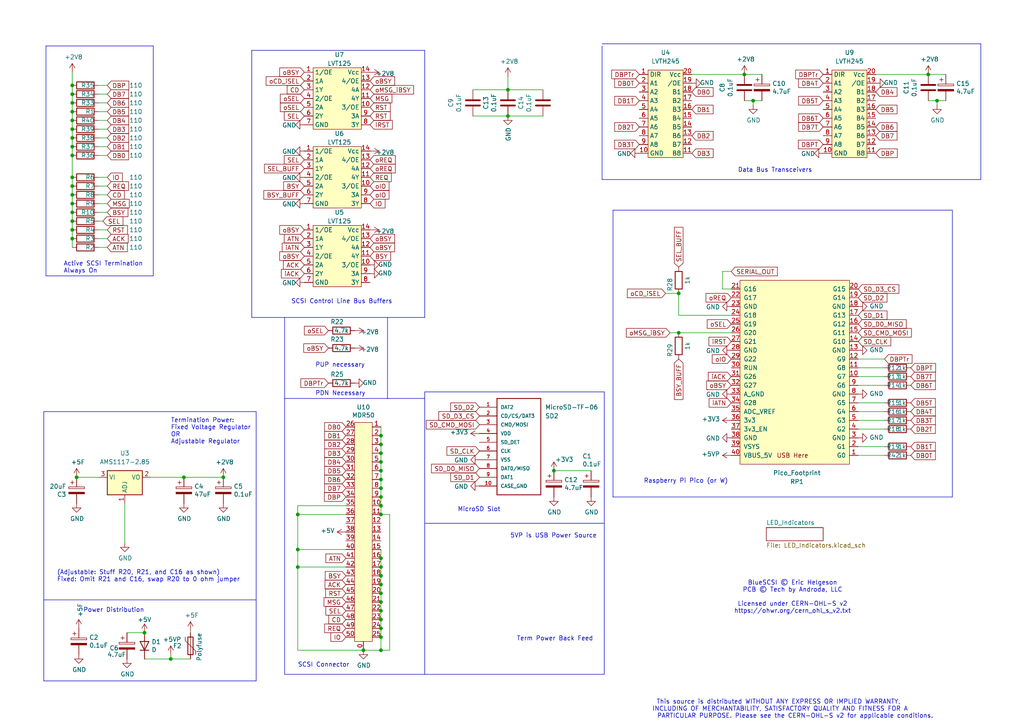
<source format=kicad_sch>
(kicad_sch (version 20250114) (generator "eeschema") (generator_version "9.0")
  (paper "A4")
  (title_block (title "BlueSCSI V2, Centronics 50 Pin, 2024.03a") (date "March 2024") (rev "1") (company "Tech by Androda, LLC"))
  (text "Data Bus Transceivers" (at 213.995 50.165 0) (effects (font (size 1.27 1.27)) (justify left bottom)))
  (text "Termination Power:\nFixed Voltage Regulator\nOR\nAdjustable Regulator" (at 49.53 128.905 0) (effects (font (size 1.27 1.27)) (justify left bottom)))
  (text "Active SCSI Termination\nAlways On" (at 18.415 79.375 0) (effects (font (size 1.27 1.27)) (justify left bottom)))
  (text "Raspberry Pi Pico (or W)" (at 186.69 140.335 0) (effects (font (size 1.27 1.27)) (justify left bottom)))
  (text "Power Distribution" (at 24.13 177.8 0) (effects (font (size 1.27 1.27)) (justify left bottom)))
  (text "MicroSD Slot" (at 132.715 148.59 0) (effects (font (size 1.27 1.27)) (justify left bottom)))
  (text "SCSI Control Line Bus Buffers" (at 84.455 88.265 0) (effects (font (size 1.27 1.27)) (justify left bottom)))
  (text "SCSI Connector" (at 86.36 193.675 0) (effects (font (size 1.27 1.27)) (justify left bottom)))
  (text "5VP is USB Power Source" (at 147.955 156.21 0) (effects (font (size 1.27 1.27)) (justify left bottom)))
  (text "PDN Necessary" (at 91.44 114.935 0) (effects (font (size 1.27 1.27)) (justify left bottom)))
  (text "BlueSCSI © Eric Helgeson\nPCB © Tech by Androda, LLC\n\nLicensed under CERN-OHL-S v2\nhttps://ohwr.org/cern_ohl_s_v2.txt" (at 229.87 173.228 0) (effects (font (size 1.27 1.27))))
  (text "This source is distributed WITHOUT ANY EXPRESS OR IMPLIED WARRANTY,          \nINCLUDING OF MERCHANTABILITY, SATISFACTORY QUALITY AND FITNESS FOR A         \nPARTICULAR PURPOSE. Please see the CERN-OHL-S v2 for applicable conditions.\n\nAs per CERN-OHL-S v2 section 4, should You produce hardware based on this    \nsource, You must where practicable maintain the Source Location visible      \non the external case of the Device or other products you make using this source.  \n" (at 230.632 209.804 0) (effects (font (size 1.27 1.27))))
  (text "Term Power Back Feed" (at 149.86 186.055 0) (effects (font (size 1.27 1.27)) (justify left bottom)))
  (text "(Adjustable: Stuff R20, R21, and C16 as shown)\nFixed: Omit R21 and C16, swap R20 to 0 ohm jumper" (at 16.51 168.91 0) (effects (font (size 1.27 1.27)) (justify left bottom)))
  (text "PUP necessary" (at 91.44 106.68 0) (effects (font (size 1.27 1.27)) (justify left bottom)))
  (junction (at 41.91 183.515))
  (junction (at 110.49 182.245))
  (junction (at 110.49 179.705))
  (junction (at 110.49 184.785))
  (junction (at 20.955 59.055))
  (junction (at 110.49 131.445))
  (junction (at 110.49 164.465))
  (junction (at 20.955 32.385))
  (junction (at 110.49 146.685))
  (junction (at 218.44 29.21))
  (junction (at 20.955 42.545))
  (junction (at 147.32 33.655))
  (junction (at 20.955 56.515))
  (junction (at 49.53 191.135))
  (junction (at 110.49 136.525))
  (junction (at 86.36 149.225))
  (junction (at 147.32 26.035))
  (junction (at 196.85 85.09))
  (junction (at 86.36 159.385))
  (junction (at 53.34 138.43))
  (junction (at 20.955 61.595))
  (junction (at 110.49 188.595))
  (junction (at 20.955 69.215))
  (junction (at 110.49 133.985))
  (junction (at 22.225 138.43))
  (junction (at 110.49 174.625))
  (junction (at 20.955 64.135))
  (junction (at 20.955 37.465))
  (junction (at 160.655 136.525))
  (junction (at 110.49 128.905))
  (junction (at 215.9 21.59))
  (junction (at 110.49 126.365))
  (junction (at 64.77 138.43))
  (junction (at 269.24 21.59))
  (junction (at 20.955 34.925))
  (junction (at 86.36 164.465))
  (junction (at 110.49 167.005))
  (junction (at 110.49 141.605))
  (junction (at 20.955 29.845))
  (junction (at 110.49 169.545))
  (junction (at 196.85 96.52))
  (junction (at 110.49 161.925))
  (junction (at 20.955 40.005))
  (junction (at 271.78 29.21))
  (junction (at 20.955 24.765))
  (junction (at 110.49 177.165))
  (junction (at 20.955 45.085))
  (junction (at 110.49 144.145))
  (junction (at 20.955 51.435))
  (junction (at 20.955 27.305))
  (junction (at 110.49 172.085))
  (junction (at 105.41 188.595))
  (junction (at 110.49 139.065))
  (junction (at 110.49 149.225))
  (junction (at 20.955 53.975))
  (junction (at 20.955 66.675))
  (wire (pts (xy 194.31 96.52) (xy 196.85 96.52)))
  (wire (pts (xy 215.9 21.59) (xy 200.66 21.59)))
  (wire (pts (xy 110.49 141.605) (xy 110.49 144.145)))
  (polyline (pts (xy 74.295 173.99) (xy 74.295 119.38)))
  (wire (pts (xy 110.49 161.925) (xy 110.49 164.465)))
  (wire (pts (xy 43.815 138.43) (xy 53.34 138.43)))
  (wire (pts (xy 100.33 159.385) (xy 86.36 159.385)))
  (polyline (pts (xy 175.26 151.765) (xy 175.26 113.665)))
  (wire (pts (xy 110.49 126.365) (xy 110.49 128.905)))
  (polyline (pts (xy 13.335 80.01) (xy 44.45 80.01)))
  (wire (pts (xy 271.78 29.21) (xy 271.78 30.48)))
  (wire (pts (xy 20.955 24.765) (xy 20.955 27.305)))
  (wire (pts (xy 20.955 42.545) (xy 20.955 45.085)))
  (wire (pts (xy 49.53 191.135) (xy 55.245 191.135)))
  (polyline (pts (xy 74.295 197.485) (xy 74.295 173.99)))
  (wire (pts (xy 28.575 64.135) (xy 29.845 64.135)))
  (wire (pts (xy 269.24 29.21) (xy 271.78 29.21)))
  (wire (pts (xy 20.955 34.925) (xy 20.955 37.465)))
  (wire (pts (xy 215.9 29.21) (xy 218.44 29.21)))
  (polyline (pts (xy 74.295 173.99) (xy 74.295 173.99)))
  (wire (pts (xy 110.49 131.445) (xy 110.49 133.985)))
  (polyline (pts (xy 12.7 197.485) (xy 74.295 197.485)))
  (wire (pts (xy 147.32 33.655) (xy 157.48 33.655)))
  (wire (pts (xy 137.16 26.035) (xy 147.32 26.035)))
  (wire (pts (xy 110.49 128.905) (xy 110.49 131.445)))
  (wire (pts (xy 100.33 164.465) (xy 86.36 164.465)))
  (wire (pts (xy 28.575 42.545) (xy 31.115 42.545)))
  (polyline (pts (xy 177.8 60.96) (xy 177.8 144.145)))
  (wire (pts (xy 160.655 136.525) (xy 171.45 136.525)))
  (wire (pts (xy 248.92 119.38) (xy 256.54 119.38)))
  (wire (pts (xy 248.92 129.54) (xy 256.54 129.54)))
  (wire (pts (xy 248.92 111.76) (xy 256.54 111.76)))
  (wire (pts (xy 113.03 149.225) (xy 113.03 188.595)))
  (wire (pts (xy 110.49 159.385) (xy 110.49 161.925)))
  (wire (pts (xy 86.36 159.385) (xy 86.36 164.465)))
  (wire (pts (xy 31.115 59.055) (xy 28.575 59.055)))
  (polyline (pts (xy 175.26 195.58) (xy 175.26 151.765)))
  (polyline (pts (xy 12.7 119.38) (xy 74.295 119.38)))
  (wire (pts (xy 248.92 121.92) (xy 256.54 121.92)))
  (wire (pts (xy 110.49 169.545) (xy 110.49 172.085)))
  (wire (pts (xy 28.575 40.005) (xy 31.115 40.005)))
  (polyline (pts (xy 12.7 173.99) (xy 74.295 173.99)))
  (polyline (pts (xy 276.225 144.145) (xy 177.8 144.145)))
  (wire (pts (xy 20.955 59.055) (xy 20.955 61.595)))
  (polyline (pts (xy 44.45 80.01) (xy 44.45 13.335)))
  (polyline (pts (xy 12.7 119.38) (xy 12.7 173.99)))
  (wire (pts (xy 212.09 91.44) (xy 196.85 91.44)))
  (polyline (pts (xy 73.025 14.605) (xy 123.19 14.605)))
  (polyline (pts (xy 73.025 92.075) (xy 123.19 92.075)))
  (wire (pts (xy 215.9 21.59) (xy 220.98 21.59)))
  (wire (pts (xy 193.04 85.09) (xy 196.85 85.09)))
  (wire (pts (xy 110.49 182.245) (xy 110.49 184.785)))
  (wire (pts (xy 28.575 53.975) (xy 31.115 53.975)))
  (wire (pts (xy 110.49 174.625) (xy 110.49 177.165)))
  (wire (pts (xy 36.195 146.05) (xy 36.195 157.48)))
  (wire (pts (xy 28.575 27.305) (xy 31.115 27.305)))
  (wire (pts (xy 86.36 146.685) (xy 86.36 149.225)))
  (wire (pts (xy 31.115 51.435) (xy 28.575 51.435)))
  (wire (pts (xy 20.955 27.305) (xy 20.955 29.845)))
  (wire (pts (xy 31.115 34.925) (xy 28.575 34.925)))
  (wire (pts (xy 20.955 32.385) (xy 20.955 34.925)))
  (wire (pts (xy 218.44 29.21) (xy 218.44 30.48)))
  (wire (pts (xy 31.115 37.465) (xy 28.575 37.465)))
  (wire (pts (xy 212.09 78.74) (xy 209.55 78.74)))
  (wire (pts (xy 20.955 66.675) (xy 20.955 69.215)))
  (wire (pts (xy 196.85 91.44) (xy 196.85 85.09)))
  (wire (pts (xy 110.49 133.985) (xy 110.49 136.525)))
  (polyline (pts (xy 174.625 13.335) (xy 174.625 52.07)))
  (wire (pts (xy 20.955 45.085) (xy 20.955 51.435)))
  (wire (pts (xy 28.575 66.675) (xy 31.115 66.675)))
  (wire (pts (xy 55.245 183.515) (xy 55.245 182.88)))
  (wire (pts (xy 196.85 96.52) (xy 212.09 96.52)))
  (wire (pts (xy 110.49 164.465) (xy 110.49 167.005)))
  (polyline (pts (xy 123.19 115.57) (xy 112.395 115.57)))
  (wire (pts (xy 110.49 177.165) (xy 110.49 179.705)))
  (polyline (pts (xy 13.335 13.335) (xy 44.45 13.335)))
  (wire (pts (xy 20.955 61.595) (xy 20.955 64.135)))
  (polyline (pts (xy 112.395 115.57) (xy 112.395 92.075)))
  (wire (pts (xy 209.55 78.74) (xy 209.55 83.82)))
  (wire (pts (xy 110.49 188.595) (xy 105.41 188.595)))
  (wire (pts (xy 53.34 138.43) (xy 64.77 138.43)))
  (polyline (pts (xy 13.335 13.335) (xy 13.335 80.01)))
  (wire (pts (xy 147.32 26.035) (xy 157.48 26.035)))
  (wire (pts (xy 49.53 189.865) (xy 49.53 191.135)))
  (polyline (pts (xy 123.19 92.075) (xy 123.19 14.605)))
  (wire (pts (xy 248.92 116.84) (xy 256.54 116.84)))
  (wire (pts (xy 110.49 123.825) (xy 110.49 126.365)))
  (wire (pts (xy 20.955 20.955) (xy 20.955 24.765)))
  (wire (pts (xy 41.91 191.135) (xy 49.53 191.135)))
  (polyline (pts (xy 177.8 60.96) (xy 276.225 60.96)))
  (wire (pts (xy 218.44 29.21) (xy 220.98 29.21)))
  (polyline (pts (xy 123.19 195.58) (xy 123.19 115.57)))
  (wire (pts (xy 31.115 45.085) (xy 28.575 45.085)))
  (wire (pts (xy 110.49 146.685) (xy 110.49 149.225)))
  (wire (pts (xy 110.49 172.085) (xy 110.49 174.625)))
  (wire (pts (xy 100.33 149.225) (xy 86.36 149.225)))
  (wire (pts (xy 147.32 22.225) (xy 147.32 26.035)))
  (wire (pts (xy 113.03 188.595) (xy 110.49 188.595)))
  (polyline (pts (xy 73.025 14.605) (xy 73.025 92.075)))
  (wire (pts (xy 28.575 138.43) (xy 22.225 138.43)))
  (wire (pts (xy 248.92 124.46) (xy 256.54 124.46)))
  (wire (pts (xy 110.49 144.145) (xy 110.49 146.685)))
  (polyline (pts (xy 12.7 173.99) (xy 12.7 197.485)))
  (wire (pts (xy 31.115 61.595) (xy 28.575 61.595)))
  (polyline (pts (xy 123.19 195.58) (xy 175.26 195.58)))
  (wire (pts (xy 110.49 149.225) (xy 113.03 149.225)))
  (wire (pts (xy 28.575 32.385) (xy 31.115 32.385)))
  (polyline (pts (xy 175.26 113.665) (xy 123.19 113.665)))
  (polyline (pts (xy 82.55 115.57) (xy 82.55 195.58)))
  (wire (pts (xy 248.92 104.14) (xy 256.54 104.14)))
  (wire (pts (xy 20.955 29.845) (xy 20.955 32.385)))
  (wire (pts (xy 248.92 109.22) (xy 256.54 109.22)))
  (wire (pts (xy 86.36 188.595) (xy 105.41 188.595)))
  (wire (pts (xy 110.49 139.065) (xy 110.49 141.605)))
  (polyline (pts (xy 82.55 195.58) (xy 123.19 195.58)))
  (wire (pts (xy 248.92 132.08) (xy 256.54 132.08)))
  (polyline (pts (xy 174.625 52.07) (xy 284.48 52.07)))
  (wire (pts (xy 28.575 24.765) (xy 31.115 24.765)))
  (wire (pts (xy 110.49 179.705) (xy 110.49 182.245)))
  (polyline (pts (xy 123.19 151.765) (xy 175.26 151.765)))
  (wire (pts (xy 20.955 53.975) (xy 20.955 56.515)))
  (wire (pts (xy 20.955 56.515) (xy 20.955 59.055)))
  (wire (pts (xy 110.49 167.005) (xy 110.49 169.545)))
  (wire (pts (xy 28.575 71.755) (xy 31.115 71.755)))
  (wire (pts (xy 31.115 69.215) (xy 28.575 69.215)))
  (wire (pts (xy 209.55 83.82) (xy 212.09 83.82)))
  (wire (pts (xy 248.92 106.68) (xy 256.54 106.68)))
  (wire (pts (xy 271.78 29.21) (xy 274.32 29.21)))
  (wire (pts (xy 110.49 184.785) (xy 110.49 188.595)))
  (polyline (pts (xy 284.48 52.07) (xy 284.48 12.7)))
  (polyline (pts (xy 174.625 12.7) (xy 284.48 12.7)))
  (wire (pts (xy 269.24 21.59) (xy 274.32 21.59)))
  (wire (pts (xy 110.49 136.525) (xy 110.49 139.065)))
  (wire (pts (xy 20.955 51.435) (xy 20.955 53.975)))
  (polyline (pts (xy 123.19 113.665) (xy 123.19 115.57)))
  (polyline (pts (xy 276.225 60.96) (xy 276.225 144.145)))
  (wire (pts (xy 86.36 149.225) (xy 86.36 159.385)))
  (wire (pts (xy 20.955 64.135) (xy 20.955 66.675)))
  (wire (pts (xy 100.33 146.685) (xy 86.36 146.685)))
  (wire (pts (xy 137.16 33.655) (xy 147.32 33.655)))
  (wire (pts (xy 20.955 69.215) (xy 20.955 71.755)))
  (wire (pts (xy 28.575 56.515) (xy 31.115 56.515)))
  (wire (pts (xy 20.955 37.465) (xy 20.955 40.005)))
  (polyline (pts (xy 82.55 115.57) (xy 112.395 115.57)))
  (wire (pts (xy 31.115 29.845) (xy 28.575 29.845)))
  (wire (pts (xy 36.83 183.515) (xy 41.91 183.515)))
  (polyline (pts (xy 82.55 92.075) (xy 82.55 115.57)))
  (wire (pts (xy 20.955 40.005) (xy 20.955 42.545)))
  (wire (pts (xy 269.24 21.59) (xy 254 21.59)))
  (wire (pts (xy 86.36 164.465) (xy 86.36 188.595)))
  (global_label "RST" (shape input) (at 31.115 66.675 0) (property "Intersheetrefs" "${INTERSHEET_REFS}" (effects (hide yes))))
  (global_label "oSEL" (shape input) (at 95.25 95.885 180) (property "Intersheetrefs" "${INTERSHEET_REFS}" (effects (hide yes))))
  (global_label "CD" (shape input) (at 100.33 179.705 180) (property "Intersheetrefs" "${INTERSHEET_REFS}" (effects (hide yes))))
  (global_label "MSG" (shape input) (at 107.315 28.575 0) (property "Intersheetrefs" "${INTERSHEET_REFS}" (effects (hide yes))))
  (global_label "SEL" (shape input) (at 29.845 64.135 0) (property "Intersheetrefs" "${INTERSHEET_REFS}" (effects (hide yes))))
  (global_label "DB7T" (shape input) (at 238.76 36.83 180) (property "Intersheetrefs" "${INTERSHEET_REFS}" (effects (hide yes))))
  (global_label "DB3" (shape input) (at 200.66 44.45 0) (property "Intersheetrefs" "${INTERSHEET_REFS}" (effects (hide yes))))
  (global_label "SD_D1" (shape input) (at 139.065 138.43 180) (property "Intersheetrefs" "${INTERSHEET_REFS}" (effects (hide yes))))
  (global_label "oBSY" (shape input) (at 107.315 23.495 0) (property "Intersheetrefs" "${INTERSHEET_REFS}" (effects (hide yes))))
  (global_label "DB6" (shape input) (at 254 36.83 0) (property "Intersheetrefs" "${INTERSHEET_REFS}" (effects (hide yes))))
  (global_label "SD_CLK" (shape input) (at 139.065 130.81 180) (property "Intersheetrefs" "${INTERSHEET_REFS}" (effects (hide yes))))
  (global_label "DB2T" (shape input) (at 185.42 36.83 180) (property "Intersheetrefs" "${INTERSHEET_REFS}" (effects (hide yes))))
  (global_label "DBP" (shape input) (at 100.33 144.145 180) (property "Intersheetrefs" "${INTERSHEET_REFS}" (effects (hide yes))))
  (global_label "IO" (shape input) (at 100.33 184.785 180) (property "Intersheetrefs" "${INTERSHEET_REFS}" (effects (hide yes))))
  (global_label "DB4" (shape input) (at 254 26.67 0) (property "Intersheetrefs" "${INTERSHEET_REFS}" (effects (hide yes))))
  (global_label "CD" (shape input) (at 88.265 26.035 180) (property "Intersheetrefs" "${INTERSHEET_REFS}" (effects (hide yes))))
  (global_label "DB1" (shape input) (at 31.115 42.545 0) (property "Intersheetrefs" "${INTERSHEET_REFS}" (effects (hide yes))))
  (global_label "DB1T" (shape input) (at 264.16 129.54 0) (property "Intersheetrefs" "${INTERSHEET_REFS}" (effects (hide yes))))
  (global_label "DB2" (shape input) (at 100.33 128.905 180) (property "Intersheetrefs" "${INTERSHEET_REFS}" (effects (hide yes))))
  (global_label "oIO" (shape input) (at 212.09 104.14 180) (property "Intersheetrefs" "${INTERSHEET_REFS}" (effects (hide yes))))
  (global_label "oBSY" (shape input) (at 107.315 71.755 0) (property "Intersheetrefs" "${INTERSHEET_REFS}" (effects (hide yes))))
  (global_label "DB3" (shape input) (at 31.115 37.465 0) (property "Intersheetrefs" "${INTERSHEET_REFS}" (effects (hide yes))))
  (global_label "DBPTr" (shape input) (at 95.25 111.125 180) (property "Intersheetrefs" "${INTERSHEET_REFS}" (effects (hide yes))))
  (global_label "DB5T" (shape input) (at 238.76 29.21 180) (property "Intersheetrefs" "${INTERSHEET_REFS}" (effects (hide yes))))
  (global_label "DB1T" (shape input) (at 185.42 29.21 180) (property "Intersheetrefs" "${INTERSHEET_REFS}" (effects (hide yes))))
  (global_label "SEL_BUFF" (shape input) (at 196.85 77.47 90) (property "Intersheetrefs" "${INTERSHEET_REFS}" (effects (hide yes))))
  (global_label "oMSG_iBSY" (shape input) (at 107.315 26.035 0) (property "Intersheetrefs" "${INTERSHEET_REFS}" (effects (hide yes))))
  (global_label "CD" (shape input) (at 31.115 56.515 0) (property "Intersheetrefs" "${INTERSHEET_REFS}" (effects (hide yes))))
  (global_label "DB6T" (shape input) (at 238.76 34.29 180) (property "Intersheetrefs" "${INTERSHEET_REFS}" (effects (hide yes))))
  (global_label "oREQ" (shape input) (at 107.315 46.355 0) (property "Intersheetrefs" "${INTERSHEET_REFS}" (effects (hide yes))))
  (global_label "BSY" (shape input) (at 107.315 74.295 0) (property "Intersheetrefs" "${INTERSHEET_REFS}" (effects (hide yes))))
  (global_label "REQ" (shape input) (at 31.115 53.975 0) (property "Intersheetrefs" "${INTERSHEET_REFS}" (effects (hide yes))))
  (global_label "ACK" (shape input) (at 88.265 76.835 180) (property "Intersheetrefs" "${INTERSHEET_REFS}" (effects (hide yes))))
  (global_label "iRST" (shape input) (at 107.315 36.195 0) (property "Intersheetrefs" "${INTERSHEET_REFS}" (effects (hide yes))))
  (global_label "DB1" (shape input) (at 100.33 126.365 180) (property "Intersheetrefs" "${INTERSHEET_REFS}" (effects (hide yes))))
  (global_label "iATN" (shape input) (at 88.265 71.755 180) (property "Intersheetrefs" "${INTERSHEET_REFS}" (effects (hide yes))))
  (global_label "oBSY" (shape input) (at 88.265 20.955 180) (property "Intersheetrefs" "${INTERSHEET_REFS}" (effects (hide yes))))
  (global_label "oBSY" (shape input) (at 88.265 66.675 180) (property "Intersheetrefs" "${INTERSHEET_REFS}" (effects (hide yes))))
  (global_label "DBP" (shape input) (at 31.115 24.765 0) (property "Intersheetrefs" "${INTERSHEET_REFS}" (effects (hide yes))))
  (global_label "RST" (shape input) (at 107.315 33.655 0) (property "Intersheetrefs" "${INTERSHEET_REFS}" (effects (hide yes))))
  (global_label "oBSY" (shape input) (at 88.265 74.295 180) (property "Intersheetrefs" "${INTERSHEET_REFS}" (effects (hide yes))))
  (global_label "DBPTr" (shape input) (at 185.42 21.59 180) (property "Intersheetrefs" "${INTERSHEET_REFS}" (effects (hide yes))))
  (global_label "oBSY" (shape input) (at 107.315 69.215 0) (property "Intersheetrefs" "${INTERSHEET_REFS}" (effects (hide yes))))
  (global_label "DB7T" (shape input) (at 264.16 109.22 0) (property "Intersheetrefs" "${INTERSHEET_REFS}" (effects (hide yes))))
  (global_label "SERIAL_OUT" (shape input) (at 212.09 78.74 0) (property "Intersheetrefs" "${INTERSHEET_REFS}" (effects (hide yes))))
  (global_label "BSY" (shape input) (at 100.33 167.005 180) (property "Intersheetrefs" "${INTERSHEET_REFS}" (effects (hide yes))))
  (global_label "RST" (shape input) (at 107.315 31.115 0) (property "Intersheetrefs" "${INTERSHEET_REFS}" (effects (hide yes))))
  (global_label "DB7" (shape input) (at 31.115 27.305 0) (property "Intersheetrefs" "${INTERSHEET_REFS}" (effects (hide yes))))
  (global_label "SD_D0_MISO" (shape input) (at 248.92 93.98 0) (property "Intersheetrefs" "${INTERSHEET_REFS}" (effects (hide yes))))
  (global_label "DB6" (shape input) (at 100.33 139.065 180) (property "Intersheetrefs" "${INTERSHEET_REFS}" (effects (hide yes))))
  (global_label "DB2" (shape input) (at 31.115 40.005 0) (property "Intersheetrefs" "${INTERSHEET_REFS}" (effects (hide yes))))
  (global_label "DB3T" (shape input) (at 185.42 41.91 180) (property "Intersheetrefs" "${INTERSHEET_REFS}" (effects (hide yes))))
  (global_label "DB4" (shape input) (at 31.115 34.925 0) (property "Intersheetrefs" "${INTERSHEET_REFS}" (effects (hide yes))))
  (global_label "DB0T" (shape input) (at 185.42 24.13 180) (property "Intersheetrefs" "${INTERSHEET_REFS}" (effects (hide yes))))
  (global_label "oSEL" (shape input) (at 88.265 31.115 180) (property "Intersheetrefs" "${INTERSHEET_REFS}" (effects (hide yes))))
  (global_label "oIO" (shape input) (at 107.315 56.515 0) (property "Intersheetrefs" "${INTERSHEET_REFS}" (effects (hide yes))))
  (global_label "DB5" (shape input) (at 31.115 32.385 0) (property "Intersheetrefs" "${INTERSHEET_REFS}" (effects (hide yes))))
  (global_label "SD_D3_CS" (shape input) (at 248.92 83.82 0) (property "Intersheetrefs" "${INTERSHEET_REFS}" (effects (hide yes))))
  (global_label "oMSG_iBSY" (shape input) (at 194.31 96.52 180) (property "Intersheetrefs" "${INTERSHEET_REFS}" (effects (hide yes))))
  (global_label "BSY" (shape input) (at 88.265 53.975 180) (property "Intersheetrefs" "${INTERSHEET_REFS}" (effects (hide yes))))
  (global_label "DBPT" (shape input) (at 238.76 41.91 180) (property "Intersheetrefs" "${INTERSHEET_REFS}" (effects (hide yes))))
  (global_label "SD_CMD_MOSI" (shape input) (at 139.065 123.19 180) (property "Intersheetrefs" "${INTERSHEET_REFS}" (effects (hide yes))))
  (global_label "SEL" (shape input) (at 88.265 33.655 180) (property "Intersheetrefs" "${INTERSHEET_REFS}" (effects (hide yes))))
  (global_label "BSY" (shape input) (at 31.115 61.595 0) (property "Intersheetrefs" "${INTERSHEET_REFS}" (effects (hide yes))))
  (global_label "DBPTr" (shape input) (at 256.54 104.14 0) (property "Intersheetrefs" "${INTERSHEET_REFS}" (effects (hide yes))))
  (global_label "oIO" (shape input) (at 107.315 53.975 0) (property "Intersheetrefs" "${INTERSHEET_REFS}" (effects (hide yes))))
  (global_label "DB7" (shape input) (at 100.33 141.605 180) (property "Intersheetrefs" "${INTERSHEET_REFS}" (effects (hide yes))))
  (global_label "oCD_iSEL" (shape input) (at 88.265 23.495 180) (property "Intersheetrefs" "${INTERSHEET_REFS}" (effects (hide yes))))
  (global_label "SD_CMD_MOSI" (shape input) (at 248.92 96.52 0) (property "Intersheetrefs" "${INTERSHEET_REFS}" (effects (hide yes))))
  (global_label "iRST" (shape input) (at 212.09 99.06 180) (property "Intersheetrefs" "${INTERSHEET_REFS}" (effects (hide yes))))
  (global_label "SEL_BUFF" (shape input) (at 88.265 48.895 180) (property "Intersheetrefs" "${INTERSHEET_REFS}" (effects (hide yes))))
  (global_label "DB0" (shape input) (at 100.33 123.825 180) (property "Intersheetrefs" "${INTERSHEET_REFS}" (effects (hide yes))))
  (global_label "DB7" (shape input) (at 254 39.37 0) (property "Intersheetrefs" "${INTERSHEET_REFS}" (effects (hide yes))))
  (global_label "DB6T" (shape input) (at 264.16 111.76 0) (property "Intersheetrefs" "${INTERSHEET_REFS}" (effects (hide yes))))
  (global_label "iACK" (shape input) (at 88.265 79.375 180) (property "Intersheetrefs" "${INTERSHEET_REFS}" (effects (hide yes))))
  (global_label "iATN" (shape input) (at 212.09 116.84 180) (property "Intersheetrefs" "${INTERSHEET_REFS}" (effects (hide yes))))
  (global_label "MSG" (shape input) (at 31.115 59.055 0) (property "Intersheetrefs" "${INTERSHEET_REFS}" (effects (hide yes))))
  (global_label "SD_D1" (shape input) (at 248.92 91.44 0) (property "Intersheetrefs" "${INTERSHEET_REFS}" (effects (hide yes))))
  (global_label "oSEL" (shape input) (at 212.09 93.98 180) (property "Intersheetrefs" "${INTERSHEET_REFS}" (effects (hide yes))))
  (global_label "ACK" (shape input) (at 31.115 69.215 0) (property "Intersheetrefs" "${INTERSHEET_REFS}" (effects (hide yes))))
  (global_label "DB5T" (shape input) (at 264.16 116.84 0) (property "Intersheetrefs" "${INTERSHEET_REFS}" (effects (hide yes))))
  (global_label "DB5" (shape input) (at 254 31.75 0) (property "Intersheetrefs" "${INTERSHEET_REFS}" (effects (hide yes))))
  (global_label "oSEL" (shape input) (at 88.265 28.575 180) (property "Intersheetrefs" "${INTERSHEET_REFS}" (effects (hide yes))))
  (global_label "DB5" (shape input) (at 100.33 136.525 180) (property "Intersheetrefs" "${INTERSHEET_REFS}" (effects (hide yes))))
  (global_label "DB2" (shape input) (at 200.66 39.37 0) (property "Intersheetrefs" "${INTERSHEET_REFS}" (effects (hide yes))))
  (global_label "SD_D0_MISO" (shape input) (at 139.065 135.89 180) (property "Intersheetrefs" "${INTERSHEET_REFS}" (effects (hide yes))))
  (global_label "SD_D2" (shape input) (at 248.92 86.36 0) (property "Intersheetrefs" "${INTERSHEET_REFS}" (effects (hide yes))))
  (global_label "SD_CLK" (shape input) (at 248.92 99.06 0) (property "Intersheetrefs" "${INTERSHEET_REFS}" (effects (hide yes))))
  (global_label "DB2T" (shape input) (at 264.16 124.46 0) (property "Intersheetrefs" "${INTERSHEET_REFS}" (effects (hide yes))))
  (global_label "oCD_iSEL" (shape input) (at 193.04 85.09 180) (property "Intersheetrefs" "${INTERSHEET_REFS}" (effects (hide yes))))
  (global_label "SD_D3_CS" (shape input) (at 139.065 120.65 180) (property "Intersheetrefs" "${INTERSHEET_REFS}" (effects (hide yes))))
  (global_label "REQ" (shape input) (at 107.315 51.435 0) (property "Intersheetrefs" "${INTERSHEET_REFS}" (effects (hide yes))))
  (global_label "oBSY" (shape input) (at 212.09 111.76 180) (property "Intersheetrefs" "${INTERSHEET_REFS}" (effects (hide yes))))
  (global_label "REQ" (shape input) (at 100.33 182.245 180) (property "Intersheetrefs" "${INTERSHEET_REFS}" (effects (hide yes))))
  (global_label "ATN" (shape input) (at 100.33 161.925 180) (property "Intersheetrefs" "${INTERSHEET_REFS}" (effects (hide yes))))
  (global_label "oREQ" (shape input) (at 107.315 48.895 0) (property "Intersheetrefs" "${INTERSHEET_REFS}" (effects (hide yes))))
  (global_label "BSY_BUFF" (shape input) (at 88.265 56.515 180) (property "Intersheetrefs" "${INTERSHEET_REFS}" (effects (hide yes))))
  (global_label "MSG" (shape input) (at 100.33 174.625 180) (property "Intersheetrefs" "${INTERSHEET_REFS}" (effects (hide yes))))
  (global_label "DB0" (shape input) (at 31.115 45.085 0) (property "Intersheetrefs" "${INTERSHEET_REFS}" (effects (hide yes))))
  (global_label "DB3T" (shape input) (at 264.16 121.92 0) (property "Intersheetrefs" "${INTERSHEET_REFS}" (effects (hide yes))))
  (global_label "oBSY" (shape input) (at 95.25 100.965 180) (property "Intersheetrefs" "${INTERSHEET_REFS}" (effects (hide yes))))
  (global_label "IO" (shape input) (at 31.115 51.435 0) (property "Intersheetrefs" "${INTERSHEET_REFS}" (effects (hide yes))))
  (global_label "RST" (shape input) (at 100.33 172.085 180) (property "Intersheetrefs" "${INTERSHEET_REFS}" (effects (hide yes))))
  (global_label "SEL" (shape input) (at 88.265 46.355 180) (property "Intersheetrefs" "${INTERSHEET_REFS}" (effects (hide yes))))
  (global_label "DBPT" (shape input) (at 264.16 106.68 0) (property "Intersheetrefs" "${INTERSHEET_REFS}" (effects (hide yes))))
  (global_label "ACK" (shape input) (at 100.33 169.545 180) (property "Intersheetrefs" "${INTERSHEET_REFS}" (effects (hide yes))))
  (global_label "oREQ" (shape input) (at 212.09 86.36 180) (property "Intersheetrefs" "${INTERSHEET_REFS}" (effects (hide yes))))
  (global_label "DB6" (shape input) (at 31.115 29.845 0) (property "Intersheetrefs" "${INTERSHEET_REFS}" (effects (hide yes))))
  (global_label "ATN" (shape input) (at 88.265 69.215 180) (property "Intersheetrefs" "${INTERSHEET_REFS}" (effects (hide yes))))
  (global_label "DB4T" (shape input) (at 264.16 119.38 0) (property "Intersheetrefs" "${INTERSHEET_REFS}" (effects (hide yes))))
  (global_label "BSY_BUFF" (shape input) (at 196.85 104.14 270) (property "Intersheetrefs" "${INTERSHEET_REFS}" (effects (hide yes))))
  (global_label "DB0" (shape input) (at 200.66 26.67 0) (property "Intersheetrefs" "${INTERSHEET_REFS}" (effects (hide yes))))
  (global_label "DB1" (shape input) (at 200.66 31.75 0) (property "Intersheetrefs" "${INTERSHEET_REFS}" (effects (hide yes))))
  (global_label "IO" (shape input) (at 107.315 59.055 0) (property "Intersheetrefs" "${INTERSHEET_REFS}" (effects (hide yes))))
  (global_label "SD_D2" (shape input) (at 139.065 118.11 180) (property "Intersheetrefs" "${INTERSHEET_REFS}" (effects (hide yes))))
  (global_label "DBPTr" (shape input) (at 238.76 21.59 180) (property "Intersheetrefs" "${INTERSHEET_REFS}" (effects (hide yes))))
  (global_label "SEL" (shape input) (at 100.33 177.165 180) (property "Intersheetrefs" "${INTERSHEET_REFS}" (effects (hide yes))))
  (global_label "iACK" (shape input) (at 212.09 109.22 180) (property "Intersheetrefs" "${INTERSHEET_REFS}" (effects (hide yes))))
  (global_label "DBP" (shape input) (at 254 44.45 0) (property "Intersheetrefs" "${INTERSHEET_REFS}" (effects (hide yes))))
  (global_label "DB0T" (shape input) (at 264.16 132.08 0) (property "Intersheetrefs" "${INTERSHEET_REFS}" (effects (hide yes))))
  (global_label "ATN" (shape input) (at 31.115 71.755 0) (property "Intersheetrefs" "${INTERSHEET_REFS}" (effects (hide yes))))
  (global_label "DB4" (shape input) (at 100.33 133.985 180) (property "Intersheetrefs" "${INTERSHEET_REFS}" (effects (hide yes))))
  (global_label "DB3" (shape input) (at 100.33 131.445 180) (property "Intersheetrefs" "${INTERSHEET_REFS}" (effects (hide yes))))
  (global_label "DB4T" (shape input) (at 238.76 24.13 180) (property "Intersheetrefs" "${INTERSHEET_REFS}" (effects (hide yes))))
  (symbol (lib_id "power:GND") (at 36.195 157.48 0) (unit 1)
    (property "Reference" "#PWR012" (effects (hide yes)))
    (property "Value" "GND" (at 36.322 161.8742 0))
  )
  (symbol (lib_id "power:+2V8") (at 64.77 138.43 0) (unit 1)
    (property "Reference" "#PWR015" (effects (hide yes)))
    (property "Value" "+2V8" (at 65.151 134.0358 0))
  )
  (symbol (lib_id "Device:CP") (at 53.34 142.24 0) (unit 1)
    (property "Reference" "C4" (at 56.3372 141.0716 0) (effects (justify left)))
    (property "Value" "47uF" (at 56.3372 143.383 0) (effects (justify left)))
    (property "Footprint" "Capacitor_SMD:C_1206_3216Metric" (effects (hide yes)))
    (property "LCSC Part #" "C96123" (effects (hide yes)))
  )
  (symbol (lib_id "Device:CP") (at 22.225 142.24 0) (unit 1)
    (property "Reference" "C3" (at 19.2278 143.4084 0) (effects (justify right)))
    (property "Value" "20uF" (at 19.2278 141.097 0) (effects (justify right)))
    (property "Footprint" "Capacitor_SMD:C_1206_3216Metric" (effects (hide yes)))
    (property "LCSC Part #" "C5672" (effects (hide yes)))
  )
  (symbol (lib_id "power:GND") (at 22.225 146.05 0) (unit 1)
    (property "Reference" "#PWR07" (effects (hide yes)))
    (property "Value" "GND" (at 22.352 150.4442 0))
  )
  (symbol (lib_id "power:GND") (at 53.34 146.05 0) (unit 1)
    (property "Reference" "#PWR013" (effects (hide yes)))
    (property "Value" "GND" (at 53.467 150.4442 0))
  )
  (symbol (lib_id "custom_symbols:+5V_TPWR") (at 41.91 183.515 0) (unit 1)
    (property "Reference" "#PWR019" (effects (hide yes)))
    (property "Value" "+5V" (at 41.91 179.705 0))
  )
  (symbol (lib_id "power:+3V3") (at 212.09 121.92 90) (unit 1)
    (property "Reference" "#PWR047" (effects (hide yes)))
    (property "Value" "+3V3" (at 208.8388 121.539 90) (effects (justify left)))
  )
  (symbol (lib_id "power:+5VP") (at 212.09 132.08 90) (unit 1)
    (property "Reference" "#PWR036" (effects (hide yes)))
    (property "Value" "+5VP" (at 208.8388 131.699 90) (effects (justify left)))
  )
  (symbol (lib_id "power:+5F") (at 22.225 138.43 0) (unit 1)
    (property "Reference" "#PWR06" (effects (hide yes)))
    (property "Value" "+5F" (at 22.606 134.0358 0))
  )
  (symbol (lib_id "power:+5F") (at 55.245 182.88 0) (unit 1)
    (property "Reference" "#PWR027" (effects (hide yes)))
    (property "Value" "+5F" (at 55.626 178.4858 0))
  )
  (symbol (lib_id "power:+5VP") (at 49.53 189.865 0) (unit 1)
    (property "Reference" "#PWR025" (effects (hide yes)))
    (property "Value" "+5VP" (at 49.911 185.4708 0))
  )
  (symbol (lib_id "custom_symbols:BlackSCSI") (at 231.14 135.89 180) (unit 1) (in_bom no)
    (property "Reference" "RP1" (at 231.14 139.7 0))
    (property "Value" "Pico_Footprint" (at 231.14 137.16 0))
    (property "Footprint" "Library:RPi_Pico_SMD" (effects (hide yes)))
  )
  (symbol (lib_id "power:GND") (at 212.09 114.3 270) (unit 1)
    (property "Reference" "#PWR037" (effects (hide yes)))
    (property "Value" "GND" (at 208.8388 114.427 90) (effects (justify right)))
  )
  (symbol (lib_id "power:GND") (at 64.77 146.05 0) (unit 1)
    (property "Reference" "#PWR016" (effects (hide yes)))
    (property "Value" "GND" (at 64.897 150.4442 0))
  )
  (symbol (lib_id "Device:CP") (at 64.77 142.24 0) (unit 1)
    (property "Reference" "C5" (at 67.7672 141.0716 0) (effects (justify left)))
    (property "Value" "0.1uF" (at 67.7672 143.383 0) (effects (justify left)))
    (property "Footprint" "Capacitor_SMD:C_0603_1608Metric" (effects (hide yes)))
    (property "LCSC Part #" "C14663" (effects (hide yes)))
  )
  (symbol (lib_id "power:GND") (at 22.86 189.865 0) (unit 1)
    (property "Reference" "#PWR05" (effects (hide yes)))
    (property "Value" "GND" (at 22.987 194.2592 0))
  )
  (symbol (lib_id "Device:CP") (at 22.86 186.055 0) (unit 1)
    (property "Reference" "C2" (at 25.8572 184.8866 0) (effects (justify left)))
    (property "Value" "0.1uF" (at 25.8572 187.198 0) (effects (justify left)))
    (property "Footprint" "Capacitor_SMD:C_0603_1608Metric" (effects (hide yes)))
    (property "LCSC Part #" "C14663" (effects (hide yes)))
  )
  (symbol (lib_id "Device:D") (at 41.91 187.325 90) (unit 1)
    (property "Reference" "D1" (at 43.942 186.1566 90) (effects (justify right)))
    (property "Value" "D" (at 43.942 188.468 90) (effects (justify right)))
    (property "Footprint" "Diode_SMD:D_SMA" (effects (hide yes)))
    (property "LCSC Part #" "C2480" (effects (hide yes)))
  )
  (symbol (lib_id "power:GND") (at 36.83 191.135 0) (unit 1)
    (property "Reference" "#PWR018" (effects (hide yes)))
    (property "Value" "GND" (at 36.957 195.5292 0))
  )
  (symbol (lib_id "Device:CP") (at 36.83 187.325 0) (unit 1)
    (property "Reference" "C6" (at 31.75 187.96 0) (effects (justify left)))
    (property "Value" "4.7uF" (at 31.115 189.865 0) (effects (justify left)))
    (property "Footprint" "Capacitor_SMD:C_0603_1608Metric" (effects (hide yes)))
    (property "LCSC Part #" "C19666" (effects (hide yes)))
  )
  (symbol (lib_id "power:+3V3") (at 160.655 136.525 0) (unit 1)
    (property "Reference" "#PWR048" (effects (hide yes)))
    (property "Value" "+3V3" (at 161.036 133.2738 0) (effects (justify left)))
  )
  (symbol (lib_id "power:GND") (at 160.655 144.145 0) (unit 1)
    (property "Reference" "#PWR050" (effects (hide yes)))
    (property "Value" "GND" (at 160.782 148.5392 0))
  )
  (symbol (lib_id "Device:CP") (at 160.655 140.335 0) (unit 1)
    (property "Reference" "C12" (at 163.6522 139.1666 0) (effects (justify left)))
    (property "Value" "4.7uF" (at 163.6522 141.478 0) (effects (justify left)))
    (property "Footprint" "Capacitor_SMD:C_0603_1608Metric" (effects (hide yes)))
    (property "LCSC Part #" "C19666" (effects (hide yes)))
  )
  (symbol (lib_id "New_Library:LVT245") (at 246.38 17.78 0) (unit 1)
    (property "Reference" "U9" (at 246.38 15.24 0))
    (property "Value" "LVTH245" (at 246.38 17.78 0))
    (property "Footprint" "Package_SO:TSSOP-20_4.4x6.5mm_P0.65mm" (effects (hide yes)))
    (property "LCSC Part #" "C2652121" (effects (hide yes)))
  )
  (symbol (lib_id "power:+2V8") (at 102.87 100.965 270) (unit 1)
    (property "Reference" "#PWR030" (effects (hide yes)))
    (property "Value" "+2V8" (at 107.2642 101.346 90))
  )
  (symbol (lib_id "power:GND") (at 271.78 30.48 0) (unit 1)
    (property "Reference" "#PWR022" (effects (hide yes)))
    (property "Value" "GND" (at 271.907 34.8742 0))
  )
  (symbol (lib_id "power:+3V3") (at 139.065 125.73 90) (unit 1)
    (property "Reference" "#PWR0101" (effects (hide yes)))
    (property "Value" "+3V3" (at 135.8138 125.349 90) (effects (justify left)))
  )
  (symbol (lib_id "power:GND") (at 107.315 76.835 90) (unit 1)
    (property "Reference" "#PWR03" (effects (hide yes)))
    (property "Value" "GND" (at 111.7092 76.708 90))
  )
  (symbol (lib_id "power:GND") (at 212.09 88.9 270) (unit 1)
    (property "Reference" "#PWR061" (effects (hide yes)))
    (property "Value" "GND" (at 208.8388 89.027 90) (effects (justify right)))
  )
  (symbol (lib_id "power:GND") (at 139.065 133.35 270) (unit 1)
    (property "Reference" "#PWR0103" (effects (hide yes)))
    (property "Value" "GND" (at 135.8138 133.477 90) (effects (justify right)))
  )
  (symbol (lib_id "power:GND") (at 88.265 59.055 270) (unit 1)
    (property "Reference" "#PWR033" (effects (hide yes)))
    (property "Value" "GND" (at 83.8708 59.182 90))
  )
  (symbol (lib_id "Device:R") (at 24.765 37.465 270) (unit 1)
    (property "Reference" "R39" (at 23.495 37.465 90) (effects (justify left)))
    (property "Value" "110" (at 37.465 37.465 90) (effects (justify left)))
    (property "Footprint" "Resistor_SMD:R_0402_1005Metric" (effects (hide yes)))
    (property "LCSC Part #" "C25078" (effects (hide yes)))
  )
  (symbol (lib_id "power:GND") (at 248.92 88.9 90) (unit 1)
    (property "Reference" "#PWR064" (effects (hide yes)))
    (property "Value" "GND" (at 252.1712 88.773 90) (effects (justify right)))
  )
  (symbol (lib_id "Device:R") (at 24.765 27.305 270) (unit 1)
    (property "Reference" "R34" (at 23.495 27.305 90) (effects (justify left)))
    (property "Value" "110" (at 37.465 27.305 90) (effects (justify left)))
    (property "Footprint" "Resistor_SMD:R_0402_1005Metric" (effects (hide yes)))
    (property "LCSC Part #" "C25078" (effects (hide yes)))
  )
  (symbol (lib_id "Device:R") (at 260.35 111.76 90) (unit 1)
    (property "Reference" "R14" (at 259.08 111.76 90))
    (property "Value" "1k" (at 261.62 111.76 90))
    (property "Footprint" "Resistor_SMD:R_0402_1005Metric" (effects (hide yes)))
    (property "LCSC Part #" "C11702" (effects (hide yes)))
  )
  (symbol (lib_id "Device:CP") (at 274.32 25.4 0) (unit 1)
    (property "Reference" "C15" (at 277.3172 24.2316 0) (effects (justify left)))
    (property "Value" "4.7uF" (at 277.3172 26.543 0) (effects (justify left)))
    (property "Footprint" "Capacitor_SMD:C_0603_1608Metric" (effects (hide yes)))
    (property "LCSC Part #" "C19666" (effects (hide yes)))
  )
  (symbol (lib_id "power:GND") (at 254 24.13 90) (unit 1)
    (property "Reference" "#PWR020" (effects (hide yes)))
    (property "Value" "GND" (at 258.3942 24.003 90))
  )
  (symbol (lib_id "Device:R") (at 196.85 100.33 180) (unit 1)
    (property "Reference" "R29" (at 194.31 101.6 90))
    (property "Value" "1k" (at 199.39 100.33 90))
    (property "Footprint" "Resistor_SMD:R_0402_1005Metric" (effects (hide yes)))
    (property "LCSC Part #" "C11702" (effects (hide yes)))
  )
  (symbol (lib_id "Device:R") (at 24.765 61.595 270) (unit 1)
    (property "Reference" "R10" (at 23.495 61.595 90) (effects (justify left)))
    (property "Value" "110" (at 37.465 61.595 90) (effects (justify left)))
    (property "Footprint" "Resistor_SMD:R_0402_1005Metric" (effects (hide yes)))
    (property "LCSC Part #" "C25078" (effects (hide yes)))
  )
  (symbol (lib_id "Device:R") (at 24.765 53.975 270) (unit 1)
    (property "Reference" "R7" (at 24.765 53.975 90) (effects (justify left)))
    (property "Value" "110" (at 37.465 53.975 90) (effects (justify left)))
    (property "Footprint" "Resistor_SMD:R_0402_1005Metric" (effects (hide yes)))
    (property "LCSC Part #" "C25078" (effects (hide yes)))
  )
  (symbol (lib_id "Device:R") (at 24.765 42.545 270) (unit 1)
    (property "Reference" "R37" (at 23.495 42.545 90) (effects (justify left)))
    (property "Value" "110" (at 37.465 42.545 90) (effects (justify left)))
    (property "Footprint" "Resistor_SMD:R_0402_1005Metric" (effects (hide yes)))
    (property "LCSC Part #" "C25078" (effects (hide yes)))
  )
  (symbol (lib_id "power:GND") (at 212.09 127 270) (unit 1)
    (property "Reference" "#PWR063" (effects (hide yes)))
    (property "Value" "GND" (at 208.8388 127.127 90) (effects (justify right)))
  )
  (symbol (lib_id "custom_symbols:Centronics50PinMale") (at 105.41 120.015 0) (unit 1) (in_bom no)
    (property "Reference" "U10" (at 105.41 118.11 0))
    (property "Value" "MDR50" (at 105.41 120.4214 0))
    (property "Footprint" "Library:MDR50" (effects (hide yes)))
  )
  (symbol (lib_id "power:+2V8") (at 147.32 22.225 0) (unit 1)
    (property "Reference" "#PWR055" (effects (hide yes)))
    (property "Value" "+2V8" (at 147.701 17.8308 0))
  )
  (symbol (lib_id "Device:R") (at 260.35 109.22 90) (unit 1)
    (property "Reference" "R13" (at 259.08 109.22 90))
    (property "Value" "1k" (at 261.62 109.22 90))
    (property "Footprint" "Resistor_SMD:R_0402_1005Metric" (effects (hide yes)))
    (property "LCSC Part #" "C11702" (effects (hide yes)))
  )
  (symbol (lib_id "Device:R") (at 260.35 132.08 90) (unit 1)
    (property "Reference" "R42" (at 259.08 132.08 90))
    (property "Value" "1k" (at 261.62 132.08 90))
    (property "Footprint" "Resistor_SMD:R_0402_1005Metric" (effects (hide yes)))
    (property "LCSC Part #" "C11702" (effects (hide yes)))
  )
  (symbol (lib_id "power:GND") (at 88.265 43.815 270) (unit 1)
    (property "Reference" "#PWR028" (effects (hide yes)))
    (property "Value" "GND" (at 83.8708 43.942 90))
  )
  (symbol (lib_id "power:GND") (at 218.44 30.48 0) (unit 1)
    (property "Reference" "#PWR010" (effects (hide yes)))
    (property "Value" "GND" (at 218.567 34.8742 0))
  )
  (symbol (lib_id "Device:R") (at 99.06 111.125 90) (unit 1)
    (property "Reference" "R25" (at 97.79 108.585 90))
    (property "Value" "4.7k" (at 99.06 111.125 90))
    (property "Footprint" "Resistor_SMD:R_0402_1005Metric" (effects (hide yes)))
    (property "LCSC Part #" "C25900" (effects (hide yes)))
  )
  (symbol (lib_id "Device:R") (at 24.765 71.755 270) (unit 1)
    (property "Reference" "R2" (at 24.765 71.755 90) (effects (justify left)))
    (property "Value" "110" (at 37.465 71.755 90) (effects (justify left)))
    (property "Footprint" "Resistor_SMD:R_0402_1005Metric" (effects (hide yes)))
    (property "LCSC Part #" "C25078" (effects (hide yes)))
  )
  (symbol (lib_id "Device:R") (at 24.765 69.215 270) (unit 1)
    (property "Reference" "R3" (at 24.765 69.215 90) (effects (justify left)))
    (property "Value" "110" (at 37.465 69.215 90) (effects (justify left)))
    (property "Footprint" "Resistor_SMD:R_0402_1005Metric" (effects (hide yes)))
    (property "LCSC Part #" "C25078" (effects (hide yes)))
  )
  (symbol (lib_id "power:+2V8") (at 107.315 66.675 270) (unit 1)
    (property "Reference" "#PWR053" (effects (hide yes)))
    (property "Value" "+2V8" (at 111.7092 67.056 90))
  )
  (symbol (lib_id "Device:R") (at 260.35 129.54 90) (unit 1)
    (property "Reference" "R19" (at 259.08 129.54 90))
    (property "Value" "1k" (at 261.62 129.54 90))
    (property "Footprint" "Resistor_SMD:R_0402_1005Metric" (effects (hide yes)))
    (property "LCSC Part #" "C11702" (effects (hide yes)))
  )
  (symbol (lib_id "power:GND") (at 102.87 111.125 90) (unit 1)
    (property "Reference" "#PWR0106" (effects (hide yes)))
    (property "Value" "GND" (at 107.2642 110.998 90))
  )
  (symbol (lib_id "Device:R") (at 24.765 34.925 270) (unit 1)
    (property "Reference" "R40" (at 23.495 34.925 90) (effects (justify left)))
    (property "Value" "110" (at 37.465 34.925 90) (effects (justify left)))
    (property "Footprint" "Resistor_SMD:R_0402_1005Metric" (effects (hide yes)))
    (property "LCSC Part #" "C25078" (effects (hide yes)))
  )
  (symbol (lib_id "Device:R") (at 24.765 64.135 270) (unit 1)
    (property "Reference" "R5" (at 24.765 64.135 90) (effects (justify left)))
    (property "Value" "110" (at 37.465 64.135 90) (effects (justify left)))
    (property "Footprint" "Resistor_SMD:R_0402_1005Metric" (effects (hide yes)))
    (property "LCSC Part #" "C25078" (effects (hide yes)))
  )
  (symbol (lib_id "power:GND") (at 248.92 114.3 90) (unit 1)
    (property "Reference" "#PWR066" (effects (hide yes)))
    (property "Value" "GND" (at 252.1712 114.173 90) (effects (justify right)))
  )
  (symbol (lib_id "Device:R") (at 24.765 66.675 270) (unit 1)
    (property "Reference" "R4" (at 24.765 66.675 90) (effects (justify left)))
    (property "Value" "110" (at 37.465 66.675 90) (effects (justify left)))
    (property "Footprint" "Resistor_SMD:R_0402_1005Metric" (effects (hide yes)))
    (property "LCSC Part #" "C25078" (effects (hide yes)))
  )
  (symbol (lib_id "Device:R") (at 260.35 119.38 90) (unit 1)
    (property "Reference" "R16" (at 259.08 119.38 90))
    (property "Value" "1k" (at 261.62 119.38 90))
    (property "Footprint" "Resistor_SMD:R_0402_1005Metric" (effects (hide yes)))
    (property "LCSC Part #" "C11702" (effects (hide yes)))
  )
  (symbol (lib_id "power:+5F") (at 22.86 182.245 0) (unit 1)
    (property "Reference" "#PWR0116" (effects (hide yes)))
    (property "Value" "+5F" (at 23.241 178.9938 90) (effects (justify left)))
  )
  (symbol (lib_id "power:+2V8") (at 102.87 95.885 270) (unit 1)
    (property "Reference" "#PWR040" (effects (hide yes)))
    (property "Value" "+2V8" (at 107.2642 96.266 90))
  )
  (symbol (lib_id "Device:R") (at 99.06 95.885 90) (unit 1)
    (property "Reference" "R22" (at 97.79 93.345 90))
    (property "Value" "4.7k" (at 99.06 95.885 90))
    (property "Footprint" "Resistor_SMD:R_0402_1005Metric" (effects (hide yes)))
    (property "LCSC Part #" "C25900" (effects (hide yes)))
  )
  (symbol (lib_id "Device:R") (at 260.35 124.46 90) (unit 1)
    (property "Reference" "R18" (at 259.08 124.46 90))
    (property "Value" "1k" (at 261.62 124.46 90))
    (property "Footprint" "Resistor_SMD:R_0402_1005Metric" (effects (hide yes)))
    (property "LCSC Part #" "C11702" (effects (hide yes)))
  )
  (symbol (lib_id "power:GND") (at 88.265 51.435 270) (unit 1)
    (property "Reference" "#PWR031" (effects (hide yes)))
    (property "Value" "GND" (at 83.8708 51.562 90))
  )
  (symbol (lib_id "power:GND") (at 147.32 33.655 0) (unit 1)
    (property "Reference" "#PWR056" (effects (hide yes)))
    (property "Value" "GND" (at 147.447 36.9062 90) (effects (justify right)))
  )
  (symbol (lib_id "power:+2V8") (at 20.955 20.955 0) (unit 1)
    (property "Reference" "#PWR052" (effects (hide yes)))
    (property "Value" "+2V8" (at 21.336 16.5608 0))
  )
  (symbol (lib_id "power:GND") (at 105.41 188.595 0) (unit 1)
    (property "Reference" "#PWR017" (effects (hide yes)))
    (property "Value" "GND" (at 105.537 192.9892 0))
  )
  (symbol (lib_id "New_Library:LVT125") (at 98.425 41.275 0) (unit 1)
    (property "Reference" "U6" (at 98.425 38.735 0))
    (property "Value" "LVT125" (at 98.425 41.275 0))
    (property "Footprint" "Package_SO:TSSOP-14_4.4x5mm_P0.65mm" (effects (hide yes)))
    (property "LCSC Part #" "C7042" (effects (hide yes)))
  )
  (symbol (lib_id "Regulator_Linear:AP1117-ADJ") (at 36.195 138.43 0) (unit 1)
    (property "Reference" "U3" (at 36.195 131.445 0))
    (property "Value" "AMS1117-2.85" (at 36.195 133.985 0))
    (property "Footprint" "Package_TO_SOT_SMD:SOT-223-3_TabPin2" (effects (hide yes)))
    (property "Datasheet" "http://www.diodes.com/datasheets/AP1117.pdf" (effects (hide yes)))
    (property "LCSC Part #" "C14791" (effects (hide yes)))
  )
  (symbol (lib_id "power:GND") (at 88.265 36.195 270) (unit 1)
    (property "Reference" "#PWR057" (effects (hide yes)))
    (property "Value" "GND" (at 83.8708 36.322 90))
  )
  (symbol (lib_id "Device:C") (at 137.16 29.845 180) (unit 1)
    (property "Reference" "C9" (at 130.7592 29.845 90))
    (property "Value" "0.1uF" (at 133.0706 29.845 90))
    (property "Footprint" "Capacitor_SMD:C_0603_1608Metric" (effects (hide yes)))
    (property "LCSC Part #" "C14663" (effects (hide yes)))
  )
  (symbol (lib_id "Device:R") (at 24.765 45.085 270) (unit 1)
    (property "Reference" "R36" (at 23.495 45.085 90) (effects (justify left)))
    (property "Value" "110" (at 37.465 45.085 90) (effects (justify left)))
    (property "Footprint" "Resistor_SMD:R_0402_1005Metric" (effects (hide yes)))
    (property "LCSC Part #" "C25078" (effects (hide yes)))
  )
  (symbol (lib_id "power:+2V8") (at 269.24 21.59 0) (unit 1)
    (property "Reference" "#PWR021" (effects (hide yes)))
    (property "Value" "+2V8" (at 269.621 17.1958 0))
  )
  (symbol (lib_id "Device:R") (at 260.35 121.92 90) (unit 1)
    (property "Reference" "R17" (at 259.08 121.92 90))
    (property "Value" "1k" (at 261.62 121.92 90))
    (property "Footprint" "Resistor_SMD:R_0402_1005Metric" (effects (hide yes)))
    (property "LCSC Part #" "C11702" (effects (hide yes)))
  )
  (symbol (lib_id "Device:R") (at 99.06 100.965 90) (unit 1)
    (property "Reference" "R23" (at 97.79 98.425 90))
    (property "Value" "4.7k" (at 99.06 100.965 90))
    (property "Footprint" "Resistor_SMD:R_0402_1005Metric" (effects (hide yes)))
    (property "LCSC Part #" "C25900" (effects (hide yes)))
  )
  (symbol (lib_id "power:GND") (at 185.42 44.45 270) (unit 1)
    (property "Reference" "#PWR02" (effects (hide yes)))
    (property "Value" "GND" (at 181.0258 44.577 90))
  )
  (symbol (lib_id "New_Library:MicroSD-TF-06") (at 139.065 118.11 0) (unit 1)
    (property "Reference" "SD2" (at 158.115 120.65 0) (effects (justify left)))
    (property "Value" "MicroSD-TF-06" (at 158.115 118.11 0) (effects (justify left)))
    (property "Footprint" "Library:TF-SMD_TF-06A" (effects (hide yes)))
    (property "MANUFACTURER_PART_NUMBER" "C693844" (effects (hide yes)))
    (property "LCSC Part #" "C693844" (effects (hide yes)))
  )
  (symbol (lib_id "power:GND") (at 200.66 24.13 90) (unit 1)
    (property "Reference" "#PWR08" (effects (hide yes)))
    (property "Value" "GND" (at 205.0542 24.003 90))
  )
  (symbol (lib_id "Device:R") (at 260.35 116.84 90) (unit 1)
    (property "Reference" "R15" (at 259.08 116.84 90))
    (property "Value" "1k" (at 261.62 116.84 90))
    (property "Footprint" "Resistor_SMD:R_0402_1005Metric" (effects (hide yes)))
    (property "LCSC Part #" "C11702" (effects (hide yes)))
  )
  (symbol (lib_id "Device:R") (at 24.765 56.515 270) (unit 1)
    (property "Reference" "R8" (at 24.765 56.515 90) (effects (justify left)))
    (property "Value" "110" (at 37.465 56.515 90) (effects (justify left)))
    (property "Footprint" "Resistor_SMD:R_0402_1005Metric" (effects (hide yes)))
    (property "LCSC Part #" "C25078" (effects (hide yes)))
  )
  (symbol (lib_id "power:GND") (at 248.92 127 90) (unit 1)
    (property "Reference" "#PWR067" (effects (hide yes)))
    (property "Value" "GND" (at 252.1712 126.873 90) (effects (justify right)))
  )
  (symbol (lib_id "Device:R") (at 196.85 81.28 180) (unit 1)
    (property "Reference" "R28" (at 194.31 82.55 90))
    (property "Value" "1k" (at 199.39 81.28 90))
    (property "Footprint" "Resistor_SMD:R_0402_1005Metric" (effects (hide yes)))
    (property "LCSC Part #" "C11702" (effects (hide yes)))
  )
  (symbol (lib_id "power:GND") (at 212.09 101.6 270) (unit 1)
    (property "Reference" "#PWR062" (effects (hide yes)))
    (property "Value" "GND" (at 208.8388 101.727 90) (effects (justify right)))
  )
  (symbol (lib_id "Device:R") (at 24.765 51.435 270) (unit 1)
    (property "Reference" "R6" (at 24.765 51.435 90) (effects (justify left)))
    (property "Value" "110" (at 37.465 51.435 90) (effects (justify left)))
    (property "Footprint" "Resistor_SMD:R_0402_1005Metric" (effects (hide yes)))
    (property "LCSC Part #" "C25078" (effects (hide yes)))
  )
  (symbol (lib_id "Device:C") (at 147.32 29.845 180) (unit 1)
    (property "Reference" "C13" (at 140.9192 29.845 90))
    (property "Value" "0.1uF" (at 143.2306 29.845 90))
    (property "Footprint" "Capacitor_SMD:C_0603_1608Metric" (effects (hide yes)))
    (property "LCSC Part #" "C14663" (effects (hide yes)))
  )
  (symbol (lib_id "Device:C") (at 157.48 29.845 180) (unit 1)
    (property "Reference" "C14" (at 151.0792 29.845 90))
    (property "Value" "0.1uF" (at 153.3906 29.845 90))
    (property "Footprint" "Capacitor_SMD:C_0603_1608Metric" (effects (hide yes)))
    (property "LCSC Part #" "C14663" (effects (hide yes)))
  )
  (symbol (lib_id "New_Library:LVT125") (at 98.425 64.135 0) (unit 1)
    (property "Reference" "U5" (at 98.425 61.595 0))
    (property "Value" "LVT125" (at 98.425 64.135 0))
    (property "Footprint" "Package_SO:TSSOP-14_4.4x5mm_P0.65mm" (effects (hide yes)))
    (property "LCSC Part #" "C7042" (effects (hide yes)))
  )
  (symbol (lib_id "Device:Polyfuse") (at 55.245 187.325 0) (unit 1)
    (property "Reference" "F2" (at 50.165 187.325 0) (effects (justify left)))
    (property "Value" "Polyfuse" (at 57.785 191.77 90) (effects (justify left)))
    (property "Footprint" "Fuse:Fuse_0805_2012Metric" (effects (hide yes)))
    (property "LCSC Part #" "C883111" (effects (hide yes)))
  )
  (symbol (lib_id "Device:R") (at 24.765 29.845 270) (unit 1)
    (property "Reference" "R33" (at 23.495 29.845 90) (effects (justify left)))
    (property "Value" "110" (at 37.465 29.845 90) (effects (justify left)))
    (property "Footprint" "Resistor_SMD:R_0402_1005Metric" (effects (hide yes)))
    (property "LCSC Part #" "C25078" (effects (hide yes)))
  )
  (symbol (lib_id "power:GND") (at 88.265 81.915 270) (unit 1)
    (property "Reference" "#PWR024" (effects (hide yes)))
    (property "Value" "GND" (at 83.8708 82.042 90))
  )
  (symbol (lib_id "Device:C") (at 215.9 25.4 0) (unit 1)
    (property "Reference" "C8" (at 209.4992 25.4 90))
    (property "Value" "0.1uF" (at 211.8106 25.4 90))
    (property "Footprint" "Capacitor_SMD:C_0603_1608Metric" (effects (hide yes)))
    (property "LCSC Part #" "C14663" (effects (hide yes)))
  )
  (symbol (lib_id "Device:CP") (at 220.98 25.4 0) (unit 1)
    (property "Reference" "C10" (at 223.9772 24.2316 0) (effects (justify left)))
    (property "Value" "4.7uF" (at 223.9772 26.543 0) (effects (justify left)))
    (property "Footprint" "Capacitor_SMD:C_0603_1608Metric" (effects (hide yes)))
    (property "LCSC Part #" "C19666" (effects (hide yes)))
  )
  (symbol (lib_id "power:GND") (at 107.315 79.375 90) (unit 1)
    (property "Reference" "#PWR04" (effects (hide yes)))
    (property "Value" "GND" (at 111.7092 79.248 90))
  )
  (symbol (lib_id "custom_symbols:+5V_TPWR") (at 100.33 154.305 90) (unit 1)
    (property "Reference" "#PWR014" (effects (hide yes)))
    (property "Value" "+5V" (at 97.0788 153.924 90) (effects (justify left)))
  )
  (symbol (lib_id "power:+2V8") (at 215.9 21.59 0) (unit 1)
    (property "Reference" "#PWR09" (effects (hide yes)))
    (property "Value" "+2V8" (at 216.281 17.1958 0))
  )
  (symbol (lib_id "New_Library:LVT125") (at 98.425 18.415 0) (unit 1)
    (property "Reference" "U7" (at 98.425 15.875 0))
    (property "Value" "LVT125" (at 98.425 18.415 0))
    (property "Footprint" "Package_SO:TSSOP-14_4.4x5mm_P0.65mm" (effects (hide yes)))
    (property "LCSC Part #" "C7042" (effects (hide yes)))
  )
  (symbol (lib_id "Device:CP") (at 171.45 140.335 0) (unit 1)
    (property "Reference" "C1" (at 168.91 132.3086 0) (effects (justify left)))
    (property "Value" "0.1uF" (at 168.91 134.62 0) (effects (justify left)))
    (property "Footprint" "Capacitor_SMD:C_0603_1608Metric" (effects (hide yes)))
    (property "LCSC Part #" "C14663" (effects (hide yes)))
  )
  (symbol (lib_id "Device:R") (at 24.765 40.005 270) (unit 1)
    (property "Reference" "R38" (at 23.495 40.005 90) (effects (justify left)))
    (property "Value" "110" (at 37.465 40.005 90) (effects (justify left)))
    (property "Footprint" "Resistor_SMD:R_0402_1005Metric" (effects (hide yes)))
    (property "LCSC Part #" "C25078" (effects (hide yes)))
  )
  (symbol (lib_id "power:+2V8") (at 107.315 20.955 270) (unit 1)
    (property "Reference" "#PWR060" (effects (hide yes)))
    (property "Value" "+2V8" (at 111.7092 21.336 90))
  )
  (symbol (lib_id "Device:C") (at 269.24 25.4 0) (unit 1)
    (property "Reference" "C11" (at 262.8392 25.4 90))
    (property "Value" "0.1uF" (at 265.1506 25.4 90))
    (property "Footprint" "Capacitor_SMD:C_0603_1608Metric" (effects (hide yes)))
    (property "LCSC Part #" "C14663" (effects (hide yes)))
  )
  (symbol (lib_id "Device:R") (at 24.765 32.385 270) (unit 1)
    (property "Reference" "R1" (at 24.765 32.385 90) (effects (justify left)))
    (property "Value" "110" (at 37.465 32.385 90) (effects (justify left)))
    (property "Footprint" "Resistor_SMD:R_0402_1005Metric" (effects (hide yes)))
    (property "LCSC Part #" "C25078" (effects (hide yes)))
  )
  (symbol (lib_id "power:+2V8") (at 107.315 43.815 270) (unit 1)
    (property "Reference" "#PWR054" (effects (hide yes)))
    (property "Value" "+2V8" (at 111.7092 44.196 90))
  )
  (symbol (lib_id "Device:R") (at 24.765 24.765 270) (unit 1)
    (property "Reference" "R35" (at 23.495 24.765 90) (effects (justify left)))
    (property "Value" "110" (at 37.465 24.765 90) (effects (justify left)))
    (property "Footprint" "Resistor_SMD:R_0402_1005Metric" (effects (hide yes)))
    (property "LCSC Part #" "C25078" (effects (hide yes)))
  )
  (symbol (lib_id "Device:R") (at 260.35 106.68 90) (unit 1)
    (property "Reference" "R12" (at 259.08 106.68 90))
    (property "Value" "1k" (at 261.62 106.68 90))
    (property "Footprint" "Resistor_SMD:R_0402_1005Metric" (effects (hide yes)))
    (property "LCSC Part #" "C11702" (effects (hide yes)))
  )
  (symbol (lib_id "power:GND") (at 171.45 144.145 0) (unit 1)
    (property "Reference" "#PWR01" (effects (hide yes)))
    (property "Value" "GND" (at 171.577 148.5392 0))
  )
  (symbol (lib_id "New_Library:LVT245") (at 193.04 17.78 0) (unit 1)
    (property "Reference" "U4" (at 193.04 15.24 0))
    (property "Value" "LVTH245" (at 193.04 17.78 0))
    (property "Footprint" "Package_SO:TSSOP-20_4.4x6.5mm_P0.65mm" (effects (hide yes)))
    (property "LCSC Part #" "C2652121" (effects (hide yes)))
  )
  (symbol (lib_id "power:GND") (at 248.92 101.6 90) (unit 1)
    (property "Reference" "#PWR065" (effects (hide yes)))
    (property "Value" "GND" (at 252.1712 101.473 90) (effects (justify right)))
  )
  (symbol (lib_id "Device:R") (at 24.765 59.055 270) (unit 1)
    (property "Reference" "R9" (at 24.765 59.055 90) (effects (justify left)))
    (property "Value" "110" (at 37.465 59.055 90) (effects (justify left)))
    (property "Footprint" "Resistor_SMD:R_0402_1005Metric" (effects (hide yes)))
    (property "LCSC Part #" "C25078" (effects (hide yes)))
  )
  (symbol (lib_id "power:GND") (at 139.065 140.97 270) (unit 1)
    (property "Reference" "#PWR0102" (effects (hide yes)))
    (property "Value" "GND" (at 135.8138 141.097 90) (effects (justify right)))
  )
  (symbol (lib_id "power:GND") (at 238.76 44.45 270) (unit 1)
    (property "Reference" "#PWR011" (effects (hide yes)))
    (property "Value" "GND" (at 234.3658 44.577 90))
  )
  (sheet (at 222.25 153.035) (size 16.51 3.81) (stroke (width 0.1524))
    (property "Sheetname" "LED_Indicators" (at 222.25 152.3234 0) (effects (justify left bottom)))
    (property "Sheetfile" "LED_Indicators.kicad_sch" (at 222.25 157.4296 0) (effects (justify left top)))
  )
)
</source>
